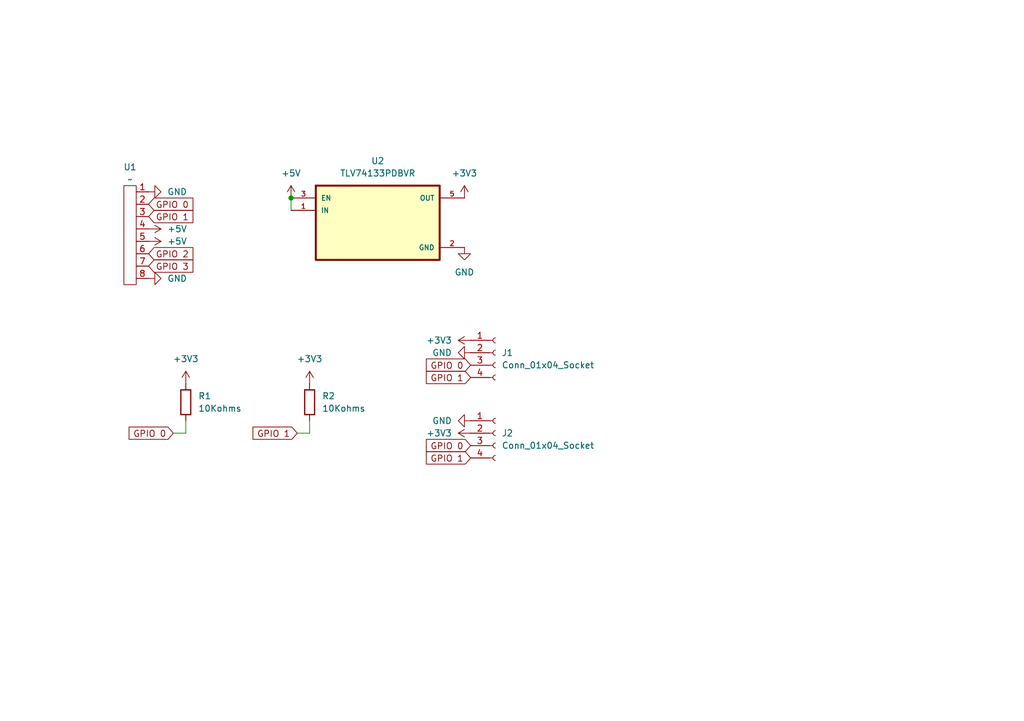
<source format=kicad_sch>
(kicad_sch (version 20250114) (generator "eeschema") (generator_version "9.0")
  (paper "A5")
  (lib_symbols
    (symbol "Connector:Conn_01x04_Socket" (pin_names (offset 1.016) (hide yes))
      (property "Reference" "J" (at 0 5.08 0))
      (property "Value" "Conn_01x04_Socket" (at 0 -7.62 0))
      (symbol "Conn_01x04_Socket_1_1"
        (polyline (pts (xy -1.27 2.54) (xy -0.508 2.54)) (stroke (width 0.1524)))
        (polyline (pts (xy -1.27 0) (xy -0.508 0)) (stroke (width 0.1524)))
        (polyline (pts (xy -1.27 -2.54) (xy -0.508 -2.54)) (stroke (width 0.1524)))
        (polyline (pts (xy -1.27 -5.08) (xy -0.508 -5.08)) (stroke (width 0.1524)))
        (arc (start 0 2.032) (mid -0.5058 2.54) (end 0 3.048) (stroke (width 0.1524)))
        (arc (start 0 -0.508) (mid -0.5058 0) (end 0 0.508) (stroke (width 0.1524)))
        (arc (start 0 -3.048) (mid -0.5058 -2.54) (end 0 -2.032) (stroke (width 0.1524)))
        (arc (start 0 -5.588) (mid -0.5058 -5.08) (end 0 -4.572) (stroke (width 0.1524)))
        (pin passive line (at -5.08 2.54 0) (length 3.81) (name "Pin_1") (number "1"))
        (pin passive line (at -5.08 0 0) (length 3.81) (name "Pin_2") (number "2"))
        (pin passive line (at -5.08 -2.54 0) (length 3.81) (name "Pin_3") (number "3"))
        (pin passive line (at -5.08 -5.08 0) (length 3.81) (name "Pin_4") (number "4"))
      )
    )
    (symbol "Device:R" (pin_numbers (hide yes)) (pin_names (offset 0))
      (property "Reference" "R" (at 2.032 0 90))
      (property "Value" "R" (at 0 0 90))
      (symbol "R_0_1"
        (rectangle (start -1.016 -2.54) (end 1.016 2.54) (stroke (width 0.254)))
      )
      (symbol "R_1_1"
        (pin passive line (at 0 3.81 270) (length 1.27) (name "~") (number "1"))
        (pin passive line (at 0 -3.81 90) (length 1.27) (name "~") (number "2"))
      )
    )
    (symbol "FFC:8P_FFC_0.5mm"
      (property "Reference" "U" (at 0 11.43 0))
      (symbol "8P_FFC_0.5mm_0_1"
        (rectangle (start -1.27 10.16) (end 1.27 -10.16))
      )
      (symbol "8P_FFC_0.5mm_1_1"
        (pin input line (at 3.81 8.89 180) (length 2.54) (name "") (number "1"))
        (pin input line (at 3.81 6.35 180) (length 2.54) (name "") (number "2"))
        (pin input line (at 3.81 3.81 180) (length 2.54) (name "") (number "3"))
        (pin input line (at 3.81 1.27 180) (length 2.54) (name "") (number "4"))
        (pin input line (at 3.81 -1.27 180) (length 2.54) (name "") (number "5"))
        (pin input line (at 3.81 -3.81 180) (length 2.54) (name "") (number "6"))
        (pin input line (at 3.81 -6.35 180) (length 2.54) (name "") (number "7"))
        (pin input line (at 3.81 -8.89 180) (length 2.54) (name "") (number "8"))
      )
    )
    (symbol "TLV 3V3 Regulator:TLV74133PDBVR" (pin_names (offset 1.016))
      (property "Reference" "U" (at -12.7 8.62 0))
      (property "Value" "TLV74133PDBVR" (at -12.7 -11.62 0))
      (symbol "TLV74133PDBVR_0_0"
        (rectangle (start -12.7 -7.62) (end 12.7 7.62) (stroke (width 0.41)) (fill (type background)))
        (pin input line (at -17.78 5.08 0) (length 5.08) (name "EN") (number "3"))
        (pin input line (at -17.78 2.54 0) (length 5.08) (name "IN") (number "1"))
        (pin output line (at 17.78 5.08 180) (length 5.08) (name "OUT") (number "5"))
        (pin power_in line (at 17.78 -5.08 180) (length 5.08) (name "GND") (number "2"))
      )
    )
    (symbol "power:+3V3" (power) (pin_numbers (hide yes)) (pin_names (offset 0) (hide yes))
      (property "Value" "+3V3" (at 0 3.556 0))
      (symbol "+3V3_0_1"
        (polyline (pts (xy -0.762 1.27) (xy 0 2.54)))
        (polyline (pts (xy 0 2.54) (xy 0.762 1.27)))
        (polyline (pts (xy 0 0) (xy 0 2.54)))
      )
      (symbol "+3V3_1_1"
        (pin power_in line (at 0 0 90) (length 0) (name "~") (number "1"))
      )
    )
    (symbol "power:+5V" (power) (pin_numbers (hide yes)) (pin_names (offset 0) (hide yes))
      (property "Value" "+5V" (at 0 3.556 0))
      (symbol "+5V_0_1"
        (polyline (pts (xy -0.762 1.27) (xy 0 2.54)))
        (polyline (pts (xy 0 2.54) (xy 0.762 1.27)))
        (polyline (pts (xy 0 0) (xy 0 2.54)))
      )
      (symbol "+5V_1_1"
        (pin power_in line (at 0 0 90) (length 0) (name "~") (number "1"))
      )
    )
    (symbol "power:GND" (power) (pin_numbers (hide yes)) (pin_names (offset 0) (hide yes))
      (property "Value" "GND" (at 0 -3.81 0))
      (symbol "GND_0_1"
        (polyline (pts (xy 0 0) (xy 0 -1.27) (xy 1.27 -1.27) (xy 0 -2.54) (xy -1.27 -1.27) (xy 0 -1.27)))
      )
      (symbol "GND_1_1"
        (pin power_in line (at 0 0 270) (length 0) (name "~") (number "1"))
      )
    )
  )
  (junction (at 59.69 40.64))
  (wire (pts (xy 59.69 40.64) (xy 59.69 43.18)))
  (wire (pts (xy 35.56 88.9) (xy 38.1 88.9)))
  (wire (pts (xy 38.1 88.9) (xy 38.1 86.36)))
  (wire (pts (xy 63.5 88.9) (xy 60.96 88.9)))
  (wire (pts (xy 63.5 86.36) (xy 63.5 88.9)))
  (global_label "GPIO 1" (shape input) (at 60.96 88.9 180) (property "Intersheetrefs" "${INTERSHEET_REFS}" (effects (hide yes))))
  (global_label "GPIO 0" (shape input) (at 96.52 74.93 180) (property "Intersheetrefs" "${INTERSHEET_REFS}" (effects (hide yes))))
  (global_label "GPIO 2" (shape input) (at 30.48 52.07 0) (property "Intersheetrefs" "${INTERSHEET_REFS}" (effects (hide yes))))
  (global_label "GPIO 1" (shape input) (at 96.52 77.47 180) (property "Intersheetrefs" "${INTERSHEET_REFS}" (effects (hide yes))))
  (global_label "GPIO 3" (shape input) (at 30.48 54.61 0) (property "Intersheetrefs" "${INTERSHEET_REFS}" (effects (hide yes))))
  (global_label "GPIO 0" (shape input) (at 96.52 91.44 180) (property "Intersheetrefs" "${INTERSHEET_REFS}" (effects (hide yes))))
  (global_label "GPIO 1" (shape input) (at 96.52 93.98 180) (property "Intersheetrefs" "${INTERSHEET_REFS}" (effects (hide yes))))
  (global_label "GPIO 0" (shape input) (at 30.48 41.91 0) (property "Intersheetrefs" "${INTERSHEET_REFS}" (effects (hide yes))))
  (global_label "GPIO 1" (shape input) (at 30.48 44.45 0) (property "Intersheetrefs" "${INTERSHEET_REFS}" (effects (hide yes))))
  (global_label "GPIO 0" (shape input) (at 35.56 88.9 180) (property "Intersheetrefs" "${INTERSHEET_REFS}" (effects (hide yes))))
  (symbol (lib_id "power:+5V") (at 59.69 40.64 0) (unit 1)
    (property "Reference" "#PWR05" (effects (hide yes)))
    (property "Value" "+5V" (at 59.69 35.56 0))
    (property "Description" "Power symbol creates a global label with name \"+5V\"" (effects (hide yes)))
  )
  (symbol (lib_id "power:GND") (at 30.48 57.15 90) (unit 1)
    (property "Reference" "#PWR01" (effects (hide yes)))
    (property "Value" "GND" (at 34.29 57.1499 90) (effects (justify right)))
    (property "Description" "Power symbol creates a global label with name \"GND\" , ground" (effects (hide yes)))
  )
  (symbol (lib_id "TLV 3V3 Regulator:TLV74133PDBVR") (at 77.47 45.72 0) (unit 1)
    (property "Reference" "U2" (at 77.47 33.02 0))
    (property "Value" "TLV74133PDBVR" (at 77.47 35.56 0))
    (property "Footprint" "TLV 3V3 Regulator:SOT95P280X145-5N" (effects (hide yes)))
    (property "MF" "Texas Instruments" (effects (hide yes)))
    (property "Description_1" "150-mA low-dropout (LDO) voltage regulator with active output discharge and enable" (effects (hide yes)))
    (property "Package" "SOT-23-5 Texas Instruments" (effects (hide yes)))
    (property "Price" "None" (effects (hide yes)))
    (property "SnapEDA_Link" "https://www.snapeda.com/parts/TLV74133PDBVR/Texas+Instruments/view-part/?ref=snap" (effects (hide yes)))
    (property "MP" "TLV74133PDBVR" (effects (hide yes)))
    (property "Availability" "In Stock" (effects (hide yes)))
    (property "Check_prices" "https://www.snapeda.com/parts/TLV74133PDBVR/Texas+Instruments/view-part/?ref=eda" (effects (hide yes)))
  )
  (symbol (lib_id "power:GND") (at 95.25 50.8 0) (unit 1)
    (property "Reference" "#PWR06" (effects (hide yes)))
    (property "Value" "GND" (at 95.25 55.88 0))
    (property "Description" "Power symbol creates a global label with name \"GND\" , ground" (effects (hide yes)))
  )
  (symbol (lib_id "power:+3V3") (at 96.52 69.85 90) (unit 1)
    (property "Reference" "#PWR08" (effects (hide yes)))
    (property "Value" "+3V3" (at 92.71 69.8499 90) (effects (justify left)))
    (property "Description" "Power symbol creates a global label with name \"+3V3\"" (effects (hide yes)))
  )
  (symbol (lib_id "power:+3V3") (at 95.25 40.64 0) (unit 1)
    (property "Reference" "#PWR07" (effects (hide yes)))
    (property "Value" "+3V3" (at 95.25 35.56 0))
    (property "Description" "Power symbol creates a global label with name \"+3V3\"" (effects (hide yes)))
  )
  (symbol (lib_id "Connector:Conn_01x04_Socket") (at 101.6 88.9 0) (unit 1)
    (property "Reference" "J2" (at 102.87 88.8999 0) (effects (justify left)))
    (property "Value" "Conn_01x04_Socket" (at 102.87 91.4399 0) (effects (justify left)))
    (property "Footprint" "Connector_PinHeader_2.54mm:PinHeader_1x04_P2.54mm_Vertical" (effects (hide yes)))
    (property "Description" "Generic connector, single row, 01x04, script generated" (effects (hide yes)))
  )
  (symbol (lib_id "power:+3V3") (at 38.1 78.74 0) (unit 1)
    (property "Reference" "#PWR012" (effects (hide yes)))
    (property "Value" "+3V3" (at 38.1 73.66 0))
    (property "Description" "Power symbol creates a global label with name \"+3V3\"" (effects (hide yes)))
  )
  (symbol (lib_id "power:+5V") (at 30.48 46.99 270) (unit 1)
    (property "Reference" "#PWR03" (effects (hide yes)))
    (property "Value" "+5V" (at 34.29 46.9899 90) (effects (justify left)))
    (property "Description" "Power symbol creates a global label with name \"+5V\"" (effects (hide yes)))
  )
  (symbol (lib_id "Device:R") (at 63.5 82.55 0) (unit 1)
    (property "Reference" "R2" (at 66.04 81.2799 0) (effects (justify left)))
    (property "Value" "10Kohms" (at 66.04 83.8199 0) (effects (justify left)))
    (property "Footprint" "Resistor_SMD:R_0603_1608Metric_Pad0.98x0.95mm_HandSolder" (effects (hide yes)))
    (property "Description" "Resistor" (effects (hide yes)))
  )
  (symbol (lib_id "power:+3V3") (at 96.52 88.9 90) (unit 1)
    (property "Reference" "#PWR010" (effects (hide yes)))
    (property "Value" "+3V3" (at 92.71 88.8999 90) (effects (justify left)))
    (property "Description" "Power symbol creates a global label with name \"+3V3\"" (effects (hide yes)))
  )
  (symbol (lib_id "power:+5V") (at 30.48 49.53 270) (unit 1)
    (property "Reference" "#PWR04" (effects (hide yes)))
    (property "Value" "+5V" (at 34.29 49.5299 90) (effects (justify left)))
    (property "Description" "Power symbol creates a global label with name \"+5V\"" (effects (hide yes)))
  )
  (symbol (lib_id "power:+3V3") (at 63.5 78.74 0) (unit 1)
    (property "Reference" "#PWR013" (effects (hide yes)))
    (property "Value" "+3V3" (at 63.5 73.66 0))
    (property "Description" "Power symbol creates a global label with name \"+3V3\"" (effects (hide yes)))
  )
  (symbol (lib_id "power:GND") (at 96.52 72.39 270) (unit 1)
    (property "Reference" "#PWR09" (effects (hide yes)))
    (property "Value" "GND" (at 92.71 72.3899 90) (effects (justify right)))
    (property "Description" "Power symbol creates a global label with name \"GND\" , ground" (effects (hide yes)))
  )
  (symbol (lib_id "power:GND") (at 30.48 39.37 90) (unit 1)
    (property "Reference" "#PWR02" (effects (hide yes)))
    (property "Value" "GND" (at 34.29 39.3699 90) (effects (justify right)))
    (property "Description" "Power symbol creates a global label with name \"GND\" , ground" (effects (hide yes)))
  )
  (symbol (lib_id "power:GND") (at 96.52 86.36 270) (unit 1)
    (property "Reference" "#PWR011" (effects (hide yes)))
    (property "Value" "GND" (at 92.71 86.3599 90) (effects (justify right)))
    (property "Description" "Power symbol creates a global label with name \"GND\" , ground" (effects (hide yes)))
  )
  (symbol (lib_id "FFC:8P_FFC_0.5mm") (at 26.67 48.26 0) (unit 1)
    (property "Reference" "U1" (at 26.67 34.29 0))
    (property "Value" "~" (at 26.67 36.83 0))
    (property "Footprint" "FFC:FFC 0.8mm 8P" (effects (hide yes)))
  )
  (symbol (lib_id "Connector:Conn_01x04_Socket") (at 101.6 72.39 0) (unit 1)
    (property "Reference" "J1" (at 102.87 72.3899 0) (effects (justify left)))
    (property "Value" "Conn_01x04_Socket" (at 102.87 74.9299 0) (effects (justify left)))
    (property "Footprint" "Connector_PinHeader_2.54mm:PinHeader_1x04_P2.54mm_Vertical" (effects (hide yes)))
    (property "Description" "Generic connector, single row, 01x04, script generated" (effects (hide yes)))
  )
  (symbol (lib_id "Device:R") (at 38.1 82.55 0) (unit 1)
    (property "Reference" "R1" (at 40.64 81.2799 0) (effects (justify left)))
    (property "Value" "10Kohms" (at 40.64 83.8199 0) (effects (justify left)))
    (property "Footprint" "Resistor_SMD:R_0603_1608Metric_Pad0.98x0.95mm_HandSolder" (effects (hide yes)))
    (property "Description" "Resistor" (effects (hide yes)))
  )
)
</source>
